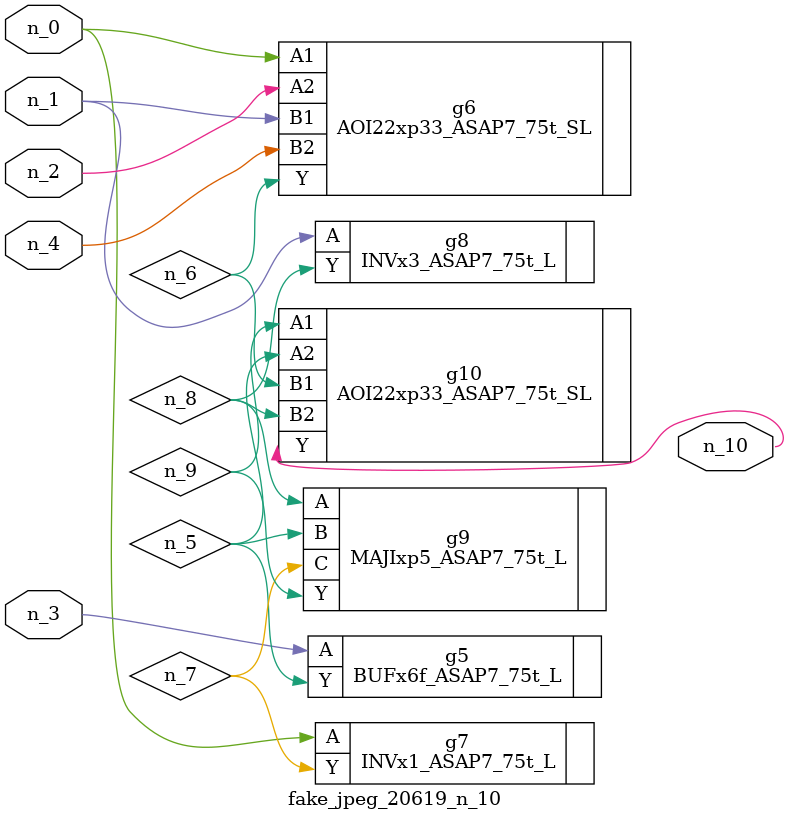
<source format=v>
module fake_jpeg_20619_n_10 (n_3, n_2, n_1, n_0, n_4, n_10);

input n_3;
input n_2;
input n_1;
input n_0;
input n_4;

output n_10;

wire n_8;
wire n_9;
wire n_6;
wire n_5;
wire n_7;

BUFx6f_ASAP7_75t_L g5 ( 
.A(n_3),
.Y(n_5)
);

AOI22xp33_ASAP7_75t_SL g6 ( 
.A1(n_0),
.A2(n_2),
.B1(n_1),
.B2(n_4),
.Y(n_6)
);

INVx1_ASAP7_75t_L g7 ( 
.A(n_0),
.Y(n_7)
);

INVx3_ASAP7_75t_L g8 ( 
.A(n_1),
.Y(n_8)
);

MAJIxp5_ASAP7_75t_L g9 ( 
.A(n_8),
.B(n_5),
.C(n_7),
.Y(n_9)
);

AOI22xp33_ASAP7_75t_SL g10 ( 
.A1(n_9),
.A2(n_5),
.B1(n_6),
.B2(n_8),
.Y(n_10)
);


endmodule
</source>
